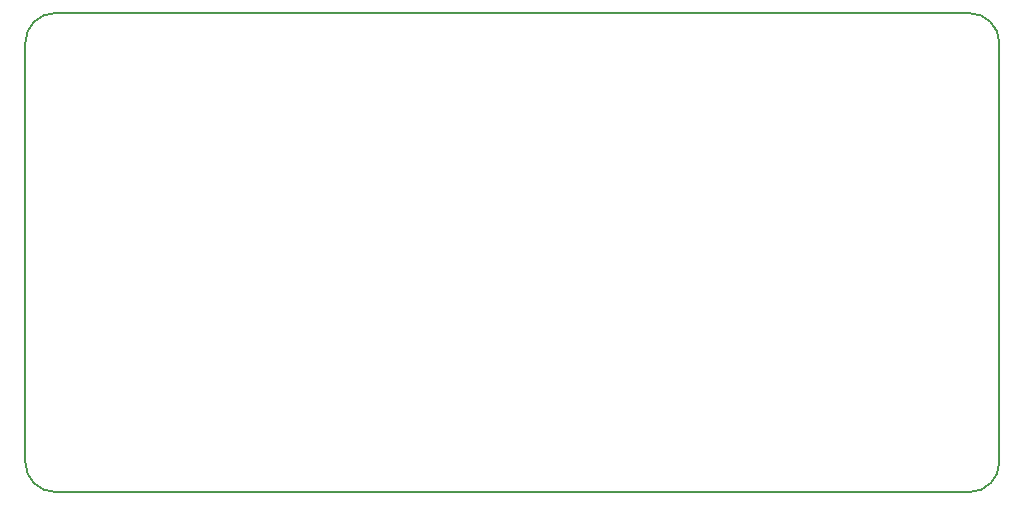
<source format=gbr>
G04 #@! TF.GenerationSoftware,KiCad,Pcbnew,(5.1.8)-1*
G04 #@! TF.CreationDate,2020-11-29T01:25:36+03:00*
G04 #@! TF.ProjectId,LCD,4c43442e-6b69-4636-9164-5f7063625858,rev?*
G04 #@! TF.SameCoordinates,Original*
G04 #@! TF.FileFunction,Profile,NP*
%FSLAX46Y46*%
G04 Gerber Fmt 4.6, Leading zero omitted, Abs format (unit mm)*
G04 Created by KiCad (PCBNEW (5.1.8)-1) date 2020-11-29 01:25:36*
%MOMM*%
%LPD*%
G01*
G04 APERTURE LIST*
G04 #@! TA.AperFunction,Profile*
%ADD10C,0.150000*%
G04 #@! TD*
G04 APERTURE END LIST*
D10*
X107315000Y-25400000D02*
X113665000Y-25400000D01*
X107315000Y-66040000D02*
X113665000Y-66040000D01*
X151765000Y-63500000D02*
G75*
G02*
X149225000Y-66040000I-2540000J0D01*
G01*
X149225000Y-25400000D02*
G75*
G02*
X151765000Y-27940000I0J-2540000D01*
G01*
X151765000Y-27940000D02*
X151765000Y-63500000D01*
X113665000Y-25400000D02*
X149225000Y-25400000D01*
X149225000Y-66040000D02*
X113665000Y-66040000D01*
X69215000Y-27940000D02*
G75*
G02*
X71755000Y-25400000I2540000J0D01*
G01*
X71755000Y-66040000D02*
G75*
G02*
X69215000Y-63500000I0J2540000D01*
G01*
X107315000Y-66040000D02*
X71755000Y-66040000D01*
X71755000Y-25400000D02*
X107315000Y-25400000D01*
X69215000Y-63500000D02*
X69215000Y-27940000D01*
M02*

</source>
